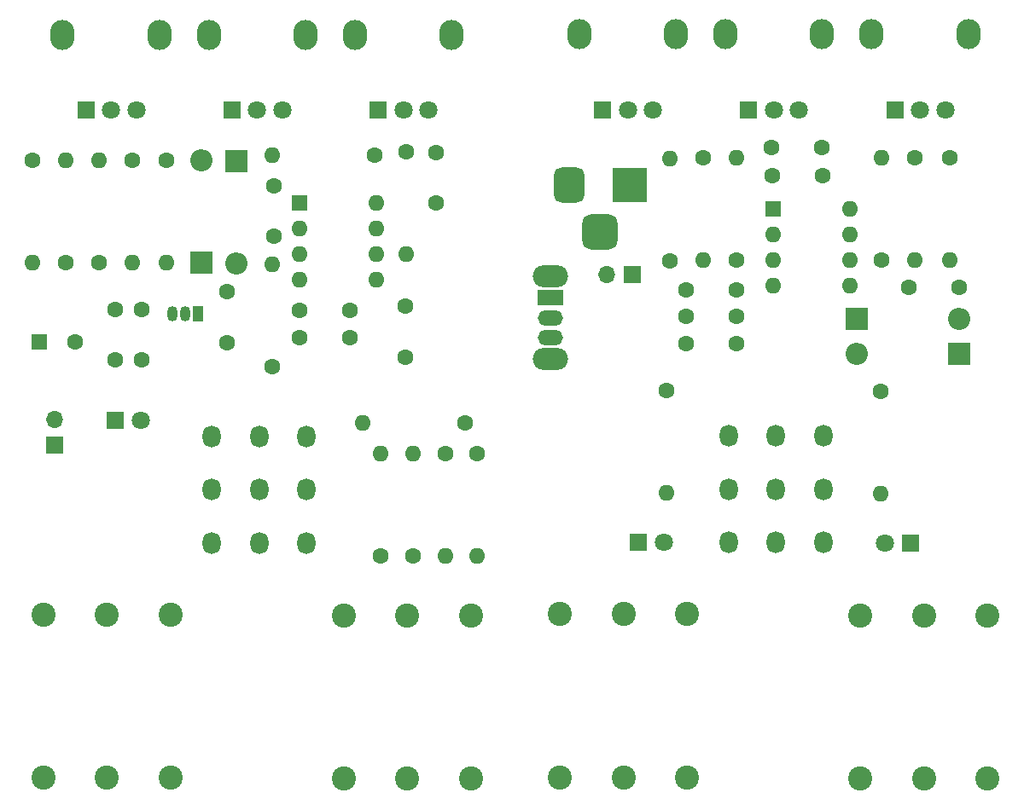
<source format=gbr>
%TF.GenerationSoftware,KiCad,Pcbnew,8.0.3*%
%TF.CreationDate,2024-10-06T14:44:46+03:00*%
%TF.ProjectId,DistorsionPedals,44697374-6f72-4736-996f-6e506564616c,rev?*%
%TF.SameCoordinates,Original*%
%TF.FileFunction,Soldermask,Bot*%
%TF.FilePolarity,Negative*%
%FSLAX46Y46*%
G04 Gerber Fmt 4.6, Leading zero omitted, Abs format (unit mm)*
G04 Created by KiCad (PCBNEW 8.0.3) date 2024-10-06 14:44:46*
%MOMM*%
%LPD*%
G01*
G04 APERTURE LIST*
G04 Aperture macros list*
%AMRoundRect*
0 Rectangle with rounded corners*
0 $1 Rounding radius*
0 $2 $3 $4 $5 $6 $7 $8 $9 X,Y pos of 4 corners*
0 Add a 4 corners polygon primitive as box body*
4,1,4,$2,$3,$4,$5,$6,$7,$8,$9,$2,$3,0*
0 Add four circle primitives for the rounded corners*
1,1,$1+$1,$2,$3*
1,1,$1+$1,$4,$5*
1,1,$1+$1,$6,$7*
1,1,$1+$1,$8,$9*
0 Add four rect primitives between the rounded corners*
20,1,$1+$1,$2,$3,$4,$5,0*
20,1,$1+$1,$4,$5,$6,$7,0*
20,1,$1+$1,$6,$7,$8,$9,0*
20,1,$1+$1,$8,$9,$2,$3,0*%
G04 Aperture macros list end*
%ADD10R,3.500000X3.500000*%
%ADD11RoundRect,0.750000X-0.750000X-1.000000X0.750000X-1.000000X0.750000X1.000000X-0.750000X1.000000X0*%
%ADD12RoundRect,0.875000X-0.875000X-0.875000X0.875000X-0.875000X0.875000X0.875000X-0.875000X0.875000X0*%
%ADD13O,1.800000X2.200000*%
%ADD14C,2.400000*%
%ADD15R,1.700000X1.700000*%
%ADD16O,1.700000X1.700000*%
%ADD17C,1.600000*%
%ADD18O,1.600000X1.600000*%
%ADD19O,2.400000X3.000000*%
%ADD20R,1.800000X1.800000*%
%ADD21C,1.800000*%
%ADD22R,2.200000X2.200000*%
%ADD23O,2.200000X2.200000*%
%ADD24R,1.050000X1.500000*%
%ADD25O,1.050000X1.500000*%
%ADD26R,1.600000X1.600000*%
%ADD27O,3.500000X2.200000*%
%ADD28R,2.500000X1.500000*%
%ADD29O,2.500000X1.500000*%
G04 APERTURE END LIST*
D10*
%TO.C,J1*%
X97212479Y-93299589D03*
D11*
X91212479Y-93299589D03*
D12*
X94212479Y-97999589D03*
%TD*%
D13*
%TO.C,SW1*%
X55731157Y-118254446D03*
X60431157Y-118254446D03*
X65131157Y-118254446D03*
X55731157Y-123554446D03*
X60431157Y-123554446D03*
X65131157Y-123554446D03*
X55731157Y-128854446D03*
X60431157Y-128854446D03*
X65131157Y-128854446D03*
%TD*%
D14*
%TO.C,J2*%
X81431157Y-136054446D03*
X81431157Y-152254446D03*
X68831157Y-152254446D03*
X68831157Y-136054446D03*
X75131157Y-152254446D03*
X75131157Y-136054446D03*
%TD*%
D15*
%TO.C,J2*%
X40156157Y-119104446D03*
D16*
X40156157Y-116564446D03*
%TD*%
D17*
%TO.C,R10*%
X72431157Y-130154446D03*
D18*
X72431157Y-119994446D03*
%TD*%
D17*
%TO.C,C1*%
X48731157Y-110654446D03*
X48731157Y-105654446D03*
%TD*%
D19*
%TO.C,RV2*%
X55431157Y-78379446D03*
X65031157Y-78379446D03*
D20*
X57731157Y-85879446D03*
D21*
X60231157Y-85879446D03*
X62731157Y-85879446D03*
%TD*%
D17*
%TO.C,R7*%
X61691157Y-111354446D03*
D18*
X61691157Y-101194446D03*
%TD*%
D17*
%TO.C,R6*%
X47831157Y-90854446D03*
D18*
X47831157Y-101014446D03*
%TD*%
D17*
%TO.C,C3*%
X64441157Y-108464446D03*
X69441157Y-108464446D03*
%TD*%
%TO.C,R8*%
X51191157Y-90864446D03*
D18*
X51191157Y-101024446D03*
%TD*%
D22*
%TO.C,D2*%
X58171157Y-90924446D03*
D23*
X58171157Y-101084446D03*
%TD*%
D17*
%TO.C,C7*%
X64411157Y-105754446D03*
X69411157Y-105754446D03*
%TD*%
D24*
%TO.C,Q1*%
X54331157Y-106054446D03*
D25*
X53061157Y-106054446D03*
X51791157Y-106054446D03*
%TD*%
D20*
%TO.C,D3*%
X46131157Y-116654446D03*
D21*
X48671157Y-116654446D03*
%TD*%
D19*
%TO.C,RV1*%
X40931157Y-78379446D03*
X50531157Y-78379446D03*
D20*
X43231157Y-85879446D03*
D21*
X45731157Y-85879446D03*
X48231157Y-85879446D03*
%TD*%
D17*
%TO.C,R3*%
X44531157Y-101034446D03*
D18*
X44531157Y-90874446D03*
%TD*%
D17*
%TO.C,R5*%
X37931157Y-90874446D03*
D18*
X37931157Y-101034446D03*
%TD*%
D14*
%TO.C,J1*%
X39031157Y-152154446D03*
X39031157Y-135954446D03*
X51631157Y-135954446D03*
X51631157Y-152154446D03*
X45331157Y-135954446D03*
X45331157Y-152154446D03*
%TD*%
D17*
%TO.C,R4*%
X41231157Y-101034446D03*
D18*
X41231157Y-90874446D03*
%TD*%
D17*
%TO.C,C9*%
X78011157Y-90064446D03*
X78011157Y-95064446D03*
%TD*%
D19*
%TO.C,RV3*%
X69931157Y-78379446D03*
X79531157Y-78379446D03*
D20*
X72231157Y-85879446D03*
D21*
X74731157Y-85879446D03*
X77231157Y-85879446D03*
%TD*%
D17*
%TO.C,R9*%
X71881157Y-90344446D03*
D18*
X61721157Y-90344446D03*
%TD*%
D17*
%TO.C,R1*%
X75651157Y-130124446D03*
D18*
X75651157Y-119964446D03*
%TD*%
D17*
%TO.C,R11*%
X75031157Y-90034446D03*
D18*
X75031157Y-100194446D03*
%TD*%
D17*
%TO.C,R12*%
X80871157Y-116914446D03*
D18*
X70711157Y-116914446D03*
%TD*%
D26*
%TO.C,C2*%
X38631157Y-108854446D03*
D17*
X42131157Y-108854446D03*
%TD*%
%TO.C,C6*%
X61861157Y-98424446D03*
X61861157Y-93424446D03*
%TD*%
D22*
%TO.C,D1*%
X54651157Y-101054446D03*
D23*
X54651157Y-90894446D03*
%TD*%
D17*
%TO.C,C8*%
X74891157Y-110374446D03*
X74891157Y-105374446D03*
%TD*%
%TO.C,C5*%
X57271157Y-103934446D03*
X57271157Y-108934446D03*
%TD*%
D26*
%TO.C,U1*%
X64461157Y-95054446D03*
D18*
X64461157Y-97594446D03*
X64461157Y-100134446D03*
X64461157Y-102674446D03*
X72081157Y-102674446D03*
X72081157Y-100134446D03*
X72081157Y-97594446D03*
X72081157Y-95054446D03*
%TD*%
D17*
%TO.C,R13*%
X82031157Y-119974446D03*
D18*
X82031157Y-130134446D03*
%TD*%
D17*
%TO.C,C4*%
X46131157Y-105654446D03*
X46131157Y-110654446D03*
%TD*%
%TO.C,R2*%
X78891157Y-119994446D03*
D18*
X78891157Y-130154446D03*
%TD*%
D27*
%TO.C,SW1*%
X89312479Y-102399589D03*
X89312479Y-110599589D03*
D28*
X89312479Y-104499589D03*
D29*
X89312479Y-106499589D03*
X89312479Y-108499589D03*
%TD*%
D14*
%TO.C,J2*%
X132687351Y-136024716D03*
X132687351Y-152224716D03*
X120087351Y-152224716D03*
X120087351Y-136024716D03*
X126387351Y-152224716D03*
X126387351Y-136024716D03*
%TD*%
D17*
%TO.C,R6*%
X128912479Y-90619589D03*
D18*
X128912479Y-100779589D03*
%TD*%
D19*
%TO.C,RV3*%
X121187351Y-78349716D03*
X130787351Y-78349716D03*
D20*
X123487351Y-85849716D03*
D21*
X125987351Y-85849716D03*
X128487351Y-85849716D03*
%TD*%
D14*
%TO.C,J1*%
X90287351Y-152124716D03*
X90287351Y-135924716D03*
X102887351Y-135924716D03*
X102887351Y-152124716D03*
X96587351Y-135924716D03*
X96587351Y-152124716D03*
%TD*%
D17*
%TO.C,R7*%
X122112479Y-113839589D03*
D18*
X122112479Y-123999589D03*
%TD*%
D17*
%TO.C,C2*%
X111312479Y-92399589D03*
X116312479Y-92399589D03*
%TD*%
%TO.C,R8*%
X100812479Y-113719589D03*
D18*
X100812479Y-123879589D03*
%TD*%
D20*
%TO.C,D3*%
X125052479Y-128899589D03*
D21*
X122512479Y-128899589D03*
%TD*%
D19*
%TO.C,RV2*%
X106687351Y-78349716D03*
X116287351Y-78349716D03*
D20*
X108987351Y-85849716D03*
D21*
X111487351Y-85849716D03*
X113987351Y-85849716D03*
%TD*%
D17*
%TO.C,R3*%
X101212479Y-100819589D03*
D18*
X101212479Y-90659589D03*
%TD*%
D22*
%TO.C,D2*%
X119712479Y-106599589D03*
D23*
X129872479Y-106599589D03*
%TD*%
D13*
%TO.C,SW2*%
X106987351Y-118224716D03*
X111687351Y-118224716D03*
X116387351Y-118224716D03*
X106987351Y-123524716D03*
X111687351Y-123524716D03*
X116387351Y-123524716D03*
X106987351Y-128824716D03*
X111687351Y-128824716D03*
X116387351Y-128824716D03*
%TD*%
D17*
%TO.C,C3*%
X116212479Y-89599589D03*
X111212479Y-89599589D03*
%TD*%
D26*
%TO.C,U1*%
X111412479Y-95699589D03*
D18*
X111412479Y-98239589D03*
X111412479Y-100779589D03*
X111412479Y-103319589D03*
X119032479Y-103319589D03*
X119032479Y-100779589D03*
X119032479Y-98239589D03*
X119032479Y-95699589D03*
%TD*%
D15*
%TO.C,J2*%
X97412479Y-102199589D03*
D16*
X94872479Y-102199589D03*
%TD*%
D17*
%TO.C,C6*%
X129912479Y-103479589D03*
X124912479Y-103479589D03*
%TD*%
%TO.C,C1*%
X102812479Y-103699589D03*
X107812479Y-103699589D03*
%TD*%
D19*
%TO.C,RV1*%
X92187351Y-78349716D03*
X101787351Y-78349716D03*
D20*
X94487351Y-85849716D03*
D21*
X96987351Y-85849716D03*
X99487351Y-85849716D03*
%TD*%
D17*
%TO.C,R5*%
X125512479Y-90599589D03*
D18*
X125512479Y-100759589D03*
%TD*%
D17*
%TO.C,C4*%
X107752479Y-106349589D03*
X102752479Y-106349589D03*
%TD*%
D22*
%TO.C,D1*%
X129892479Y-110099589D03*
D23*
X119732479Y-110099589D03*
%TD*%
D17*
%TO.C,R1*%
X107812479Y-100779589D03*
D18*
X107812479Y-90619589D03*
%TD*%
D17*
%TO.C,C5*%
X107812479Y-109039589D03*
X102812479Y-109039589D03*
%TD*%
%TO.C,R4*%
X122212479Y-100779589D03*
D18*
X122212479Y-90619589D03*
%TD*%
D20*
%TO.C,D4*%
X98012479Y-128799589D03*
D21*
X100552479Y-128799589D03*
%TD*%
D17*
%TO.C,R2*%
X104512479Y-90619589D03*
D18*
X104512479Y-100779589D03*
%TD*%
M02*

</source>
